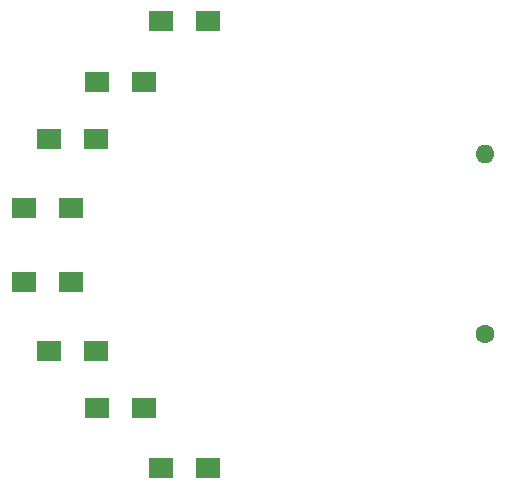
<source format=gbr>
G04 #@! TF.FileFunction,Soldermask,Top*
%FSLAX46Y46*%
G04 Gerber Fmt 4.6, Leading zero omitted, Abs format (unit mm)*
G04 Created by KiCad (PCBNEW 4.0.6) date 04/30/18 18:34:21*
%MOMM*%
%LPD*%
G01*
G04 APERTURE LIST*
%ADD10C,0.100000*%
%ADD11R,2.000000X1.700000*%
%ADD12C,1.600000*%
%ADD13O,1.600000X1.600000*%
G04 APERTURE END LIST*
D10*
D11*
X-19726500Y-3171700D03*
X-15726500Y-3171700D03*
D12*
X19304000Y-7620000D03*
D13*
X19304000Y7620000D03*
D11*
X-8156400Y18868500D03*
X-4156400Y18868500D03*
X-19726500Y3079700D03*
X-15726500Y3079700D03*
X-8156400Y-18960500D03*
X-4156400Y-18960500D03*
X-13570200Y13742800D03*
X-9570200Y13742800D03*
X-17588500Y8954000D03*
X-13588500Y8954000D03*
X-17588500Y-9046000D03*
X-13588500Y-9046000D03*
X-13570200Y-13834800D03*
X-9570200Y-13834800D03*
M02*

</source>
